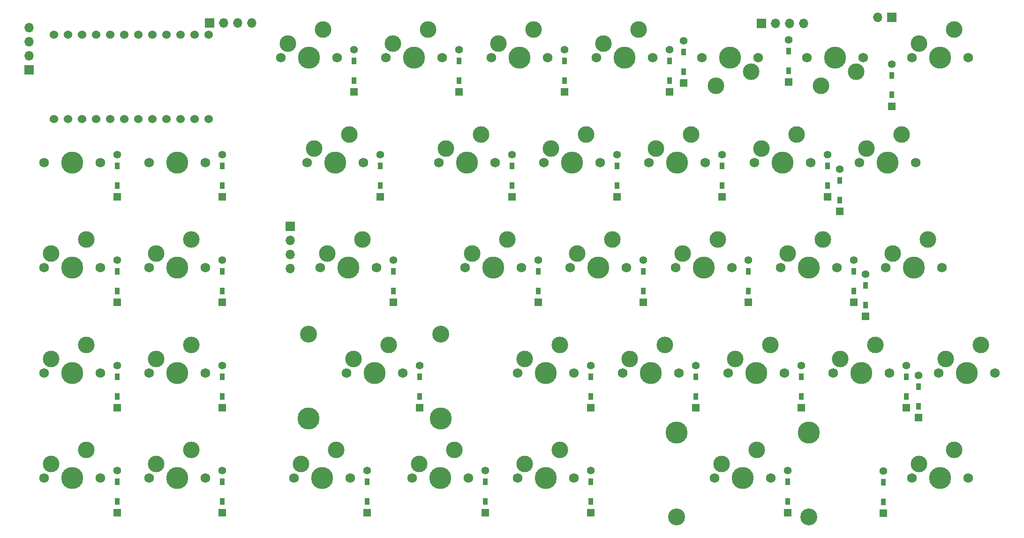
<source format=gbr>
%TF.GenerationSoftware,KiCad,Pcbnew,8.0.8*%
%TF.CreationDate,2025-04-15T16:35:59+09:00*%
%TF.ProjectId,sswkbd_left,7373776b-6264-45f6-9c65-66742e6b6963,rev?*%
%TF.SameCoordinates,Original*%
%TF.FileFunction,Soldermask,Top*%
%TF.FilePolarity,Negative*%
%FSLAX46Y46*%
G04 Gerber Fmt 4.6, Leading zero omitted, Abs format (unit mm)*
G04 Created by KiCad (PCBNEW 8.0.8) date 2025-04-15 16:35:59*
%MOMM*%
%LPD*%
G01*
G04 APERTURE LIST*
%ADD10R,1.397000X1.397000*%
%ADD11R,0.950000X1.300000*%
%ADD12C,1.397000*%
%ADD13C,1.750000*%
%ADD14C,3.000000*%
%ADD15C,3.987800*%
%ADD16C,3.048000*%
%ADD17R,1.700000X1.700000*%
%ADD18O,1.700000X1.700000*%
%ADD19C,1.524000*%
G04 APERTURE END LIST*
D10*
%TO.C,D67*%
X86461999Y-156014950D03*
D11*
X86461999Y-153979950D03*
X86461999Y-150429950D03*
D12*
X86461999Y-148394950D03*
%TD*%
D10*
%TO.C,D50*%
X60336999Y-137014950D03*
D11*
X60336999Y-134979950D03*
X60336999Y-131429950D03*
D12*
X60336999Y-129394950D03*
%TD*%
D13*
%TO.C,SW6*%
X176071250Y-73760000D03*
D14*
X174801250Y-76300000D03*
D15*
X170991250Y-73760000D03*
D14*
X168451250Y-78840000D03*
D13*
X165911250Y-73760000D03*
%TD*%
D10*
%TO.C,D38*%
X155361999Y-117989950D03*
D11*
X155361999Y-115954950D03*
X155361999Y-112404950D03*
D12*
X155361999Y-110369950D03*
%TD*%
D10*
%TO.C,D52*%
X126861999Y-137014950D03*
D11*
X126861999Y-134979950D03*
X126861999Y-131429950D03*
D12*
X126861999Y-129394950D03*
%TD*%
D10*
%TO.C,D39*%
X174361999Y-117989950D03*
D11*
X174361999Y-115954950D03*
X174361999Y-112404950D03*
D12*
X174361999Y-110369950D03*
%TD*%
D13*
%TO.C,SW50*%
X47160750Y-130760000D03*
D14*
X48430750Y-128220000D03*
D15*
X52240750Y-130760000D03*
D14*
X54780750Y-125680000D03*
D13*
X57320750Y-130760000D03*
%TD*%
D10*
%TO.C,D4*%
X141111999Y-79964950D03*
D11*
X141111999Y-77929950D03*
X141111999Y-74379950D03*
D12*
X141111999Y-72344950D03*
%TD*%
D13*
%TO.C,SW2*%
X89910750Y-73760000D03*
D14*
X91180750Y-71220000D03*
D15*
X94990750Y-73760000D03*
D14*
X97530750Y-68680000D03*
D13*
X100070750Y-73760000D03*
%TD*%
%TO.C,SW22*%
X156410750Y-92760000D03*
D14*
X157680750Y-90220000D03*
D15*
X161490750Y-92760000D03*
D14*
X164030750Y-87680000D03*
D13*
X166570750Y-92760000D03*
%TD*%
%TO.C,SW53*%
X132660750Y-130760000D03*
D14*
X133930750Y-128220000D03*
D15*
X137740750Y-130760000D03*
D14*
X140280750Y-125680000D03*
D13*
X142820750Y-130760000D03*
%TD*%
%TO.C,SW66*%
X47160750Y-149760000D03*
D14*
X48430750Y-147220000D03*
D15*
X52240750Y-149760000D03*
D14*
X54780750Y-144680000D03*
D13*
X57320750Y-149760000D03*
%TD*%
D10*
%TO.C,D1*%
X84111999Y-79964950D03*
D11*
X84111999Y-77929950D03*
X84111999Y-74379950D03*
D12*
X84111999Y-72344950D03*
%TD*%
D13*
%TO.C,SW18*%
X75660750Y-92760000D03*
D14*
X76930750Y-90220000D03*
D15*
X80740750Y-92760000D03*
D14*
X83280750Y-87680000D03*
D13*
X85820750Y-92760000D03*
%TD*%
D10*
%TO.C,D51*%
X95961999Y-137014950D03*
D11*
X95961999Y-134979950D03*
X95961999Y-131429950D03*
D12*
X95961999Y-129394950D03*
%TD*%
D13*
%TO.C,SW67*%
X73285750Y-149760000D03*
D14*
X74555750Y-147220000D03*
D15*
X78365750Y-149760000D03*
D14*
X80905750Y-144680000D03*
D13*
X83445750Y-149760000D03*
%TD*%
D10*
%TO.C,D3*%
X122111999Y-79964950D03*
D11*
X122111999Y-77929950D03*
X122111999Y-74379950D03*
D12*
X122111999Y-72344950D03*
%TD*%
D15*
%TO.C,SW70*%
X142402750Y-141505000D03*
D16*
X142402750Y-156745000D03*
D13*
X149260750Y-149760000D03*
D14*
X150530750Y-147220000D03*
D15*
X154340750Y-149760000D03*
D14*
X156880750Y-144680000D03*
D13*
X159420750Y-149760000D03*
D15*
X166278750Y-141505000D03*
D16*
X166278750Y-156745000D03*
%TD*%
D13*
%TO.C,SW68*%
X94660750Y-149760000D03*
D14*
X95930750Y-147220000D03*
D15*
X99740750Y-149760000D03*
D14*
X102280750Y-144680000D03*
D13*
X104820750Y-149760000D03*
%TD*%
%TO.C,SW23*%
X175410750Y-92760000D03*
D14*
X176680750Y-90220000D03*
D15*
X180490750Y-92760000D03*
D14*
X183030750Y-87680000D03*
D13*
X185570750Y-92760000D03*
%TD*%
D10*
%TO.C,D23*%
X171795000Y-101590000D03*
D11*
X171795000Y-99555000D03*
X171795000Y-96005000D03*
D12*
X171795000Y-93970000D03*
%TD*%
D10*
%TO.C,D33*%
X41336999Y-117989950D03*
D11*
X41336999Y-115954950D03*
X41336999Y-112404950D03*
D12*
X41336999Y-110369950D03*
%TD*%
D10*
%TO.C,D65*%
X41336999Y-156014950D03*
D11*
X41336999Y-153979950D03*
X41336999Y-150429950D03*
D12*
X41336999Y-148394950D03*
%TD*%
D10*
%TO.C,D70*%
X162461999Y-156014950D03*
D11*
X162461999Y-153979950D03*
X162461999Y-150429950D03*
D12*
X162461999Y-148394950D03*
%TD*%
D13*
%TO.C,SW16*%
X28160750Y-92760000D03*
D15*
X33240750Y-92760000D03*
D13*
X38320750Y-92760000D03*
%TD*%
%TO.C,SW65*%
X28160750Y-149760000D03*
D14*
X29430750Y-147220000D03*
D15*
X33240750Y-149760000D03*
D14*
X35780750Y-144680000D03*
D13*
X38320750Y-149760000D03*
%TD*%
D17*
%TO.C,SW80*%
X181275000Y-66500000D03*
D18*
X178735000Y-66500000D03*
%TD*%
D10*
%TO.C,D6*%
X162600000Y-78210000D03*
D11*
X162600000Y-76175000D03*
X162600000Y-72625000D03*
D12*
X162600000Y-70590000D03*
%TD*%
D17*
%TO.C,USB_PRO_MICRO1*%
X72567800Y-104267000D03*
D18*
X72567800Y-106807000D03*
X72567800Y-109347000D03*
X72567800Y-111887000D03*
%TD*%
D10*
%TO.C,D36*%
X117361999Y-117989950D03*
D11*
X117361999Y-115954950D03*
X117361999Y-112404950D03*
D12*
X117361999Y-110369950D03*
%TD*%
D13*
%TO.C,SW38*%
X142160750Y-111760000D03*
D14*
X143430750Y-109220000D03*
D15*
X147240750Y-111760000D03*
D14*
X149780750Y-106680000D03*
D13*
X152320750Y-111760000D03*
%TD*%
%TO.C,SW69*%
X113660750Y-149760000D03*
D14*
X114930750Y-147220000D03*
D15*
X118740750Y-149760000D03*
D14*
X121280750Y-144680000D03*
D13*
X123820750Y-149760000D03*
%TD*%
D10*
%TO.C,D69*%
X126861999Y-156014950D03*
D11*
X126861999Y-153979950D03*
X126861999Y-150429950D03*
D12*
X126861999Y-148394950D03*
%TD*%
D16*
%TO.C,SW51*%
X75927750Y-123775000D03*
D15*
X75927750Y-139015000D03*
D13*
X82785750Y-130760000D03*
D14*
X84055750Y-128220000D03*
D15*
X87865750Y-130760000D03*
D14*
X90405750Y-125680000D03*
D13*
X92945750Y-130760000D03*
D16*
X99803750Y-123775000D03*
D15*
X99803750Y-139015000D03*
%TD*%
D10*
%TO.C,D20*%
X131611999Y-98964950D03*
D11*
X131611999Y-96929950D03*
X131611999Y-93379950D03*
D12*
X131611999Y-91344950D03*
%TD*%
D13*
%TO.C,SW49*%
X28160750Y-130760000D03*
D14*
X29430750Y-128220000D03*
D15*
X33240750Y-130760000D03*
D14*
X35780750Y-125680000D03*
D13*
X38320750Y-130760000D03*
%TD*%
%TO.C,SW56*%
X189660750Y-130760000D03*
D14*
X190930750Y-128220000D03*
D15*
X194740750Y-130760000D03*
D14*
X197280750Y-125680000D03*
D13*
X199820750Y-130760000D03*
%TD*%
%TO.C,SW7*%
X184910750Y-73760000D03*
D14*
X186180750Y-71220000D03*
D15*
X189990750Y-73760000D03*
D14*
X192530750Y-68680000D03*
D13*
X195070750Y-73760000D03*
%TD*%
%TO.C,SW39*%
X161160750Y-111760000D03*
D14*
X162430750Y-109220000D03*
D15*
X166240750Y-111760000D03*
D14*
X168780750Y-106680000D03*
D13*
X171320750Y-111760000D03*
%TD*%
%TO.C,SW4*%
X127910750Y-73760000D03*
D14*
X129180750Y-71220000D03*
D15*
X132990750Y-73760000D03*
D14*
X135530750Y-68680000D03*
D13*
X138070750Y-73760000D03*
%TD*%
D10*
%TO.C,D22*%
X169611999Y-98964950D03*
D11*
X169611999Y-96929950D03*
X169611999Y-93379950D03*
D12*
X169611999Y-91344950D03*
%TD*%
D10*
%TO.C,D16*%
X41336999Y-98964950D03*
D11*
X41336999Y-96929950D03*
X41336999Y-93379950D03*
D12*
X41336999Y-91344950D03*
%TD*%
D13*
%TO.C,SW17*%
X47160750Y-92760000D03*
D15*
X52240750Y-92760000D03*
D13*
X57320750Y-92760000D03*
%TD*%
D10*
%TO.C,D49*%
X41336999Y-137014950D03*
D11*
X41336999Y-134979950D03*
X41336999Y-131429950D03*
D12*
X41336999Y-129394950D03*
%TD*%
D10*
%TO.C,D53*%
X145861999Y-137014950D03*
D11*
X145861999Y-134979950D03*
X145861999Y-131429950D03*
D12*
X145861999Y-129394950D03*
%TD*%
D10*
%TO.C,D7*%
X181255000Y-82565000D03*
D11*
X181255000Y-80530000D03*
X181255000Y-76980000D03*
D12*
X181255000Y-74945000D03*
%TD*%
D10*
%TO.C,D37*%
X136361999Y-117989950D03*
D11*
X136361999Y-115954950D03*
X136361999Y-112404950D03*
D12*
X136361999Y-110369950D03*
%TD*%
D13*
%TO.C,SW19*%
X99410750Y-92760000D03*
D14*
X100680750Y-90220000D03*
D15*
X104490750Y-92760000D03*
D14*
X107030750Y-87680000D03*
D13*
X109570750Y-92760000D03*
%TD*%
%TO.C,SW36*%
X104160750Y-111760000D03*
D14*
X105430750Y-109220000D03*
D15*
X109240750Y-111760000D03*
D14*
X111780750Y-106680000D03*
D13*
X114320750Y-111760000D03*
%TD*%
D17*
%TO.C,USB_main1*%
X58017750Y-67535000D03*
D18*
X60557750Y-67535000D03*
X63097750Y-67535000D03*
X65637750Y-67535000D03*
%TD*%
D13*
%TO.C,SW55*%
X170660750Y-130760000D03*
D14*
X171930750Y-128220000D03*
D15*
X175740750Y-130760000D03*
D14*
X178280750Y-125680000D03*
D13*
X180820750Y-130760000D03*
%TD*%
D10*
%TO.C,D56*%
X186040000Y-138830000D03*
D11*
X186040000Y-136795000D03*
X186040000Y-133245000D03*
D12*
X186040000Y-131210000D03*
%TD*%
D17*
%TO.C,J2*%
X157706250Y-67635000D03*
D18*
X160246250Y-67635000D03*
X162786250Y-67635000D03*
X165326250Y-67635000D03*
%TD*%
D17*
%TO.C,J1*%
X25450750Y-75962370D03*
D18*
X25450750Y-73422370D03*
X25450750Y-70882370D03*
X25450750Y-68342370D03*
%TD*%
D10*
%TO.C,D5*%
X143637000Y-78356000D03*
D11*
X143637000Y-76321000D03*
X143637000Y-72771000D03*
D12*
X143637000Y-70736000D03*
%TD*%
D10*
%TO.C,D35*%
X91211999Y-117989950D03*
D11*
X91211999Y-115954950D03*
X91211999Y-112404950D03*
D12*
X91211999Y-110369950D03*
%TD*%
D10*
%TO.C,D21*%
X150611999Y-98964950D03*
D11*
X150611999Y-96929950D03*
X150611999Y-93379950D03*
D12*
X150611999Y-91344950D03*
%TD*%
D13*
%TO.C,SW5*%
X157071250Y-73760000D03*
D14*
X155801250Y-76300000D03*
D15*
X151991250Y-73760000D03*
D14*
X149451250Y-78840000D03*
D13*
X146911250Y-73760000D03*
%TD*%
%TO.C,SW52*%
X113660750Y-130760000D03*
D14*
X114930750Y-128220000D03*
D15*
X118740750Y-130760000D03*
D14*
X121280750Y-125680000D03*
D13*
X123820750Y-130760000D03*
%TD*%
D10*
%TO.C,D18*%
X88836999Y-98964950D03*
D11*
X88836999Y-96929950D03*
X88836999Y-93379950D03*
D12*
X88836999Y-91344950D03*
%TD*%
D13*
%TO.C,SW54*%
X151660750Y-130760000D03*
D14*
X152930750Y-128220000D03*
D15*
X156740750Y-130760000D03*
D14*
X159280750Y-125680000D03*
D13*
X161820750Y-130760000D03*
%TD*%
%TO.C,SW33*%
X28160750Y-111760000D03*
D14*
X29430750Y-109220000D03*
D15*
X33240750Y-111760000D03*
D14*
X35780750Y-106680000D03*
D13*
X38320750Y-111760000D03*
%TD*%
%TO.C,SW37*%
X123160750Y-111760000D03*
D14*
X124430750Y-109220000D03*
D15*
X128240750Y-111760000D03*
D14*
X130780750Y-106680000D03*
D13*
X133320750Y-111760000D03*
%TD*%
%TO.C,SW1*%
X70910750Y-73760000D03*
D14*
X72180750Y-71220000D03*
D15*
X75990750Y-73760000D03*
D14*
X78530750Y-68680000D03*
D13*
X81070750Y-73760000D03*
%TD*%
D10*
%TO.C,D55*%
X183861999Y-137014950D03*
D11*
X183861999Y-134979950D03*
X183861999Y-131429950D03*
D12*
X183861999Y-129394950D03*
%TD*%
D10*
%TO.C,D54*%
X164861999Y-137014950D03*
D11*
X164861999Y-134979950D03*
X164861999Y-131429950D03*
D12*
X164861999Y-129394950D03*
%TD*%
D13*
%TO.C,SW71*%
X184910750Y-149760000D03*
D14*
X186180750Y-147220000D03*
D15*
X189990750Y-149760000D03*
D14*
X192530750Y-144680000D03*
D13*
X195070750Y-149760000D03*
%TD*%
%TO.C,SW21*%
X137410750Y-92760000D03*
D14*
X138680750Y-90220000D03*
D15*
X142490750Y-92760000D03*
D14*
X145030750Y-87680000D03*
D13*
X147570750Y-92760000D03*
%TD*%
D10*
%TO.C,D2*%
X103111999Y-79964950D03*
D11*
X103111999Y-77929950D03*
X103111999Y-74379950D03*
D12*
X103111999Y-72344950D03*
%TD*%
D13*
%TO.C,SW40*%
X180160750Y-111760000D03*
D14*
X181430750Y-109220000D03*
D15*
X185240750Y-111760000D03*
D14*
X187780750Y-106680000D03*
D13*
X190320750Y-111760000D03*
%TD*%
%TO.C,SW20*%
X118410750Y-92760000D03*
D14*
X119680750Y-90220000D03*
D15*
X123490750Y-92760000D03*
D14*
X126030750Y-87680000D03*
D13*
X128570750Y-92760000D03*
%TD*%
%TO.C,SW35*%
X78035750Y-111760000D03*
D14*
X79305750Y-109220000D03*
D15*
X83115750Y-111760000D03*
D14*
X85655750Y-106680000D03*
D13*
X88195750Y-111760000D03*
%TD*%
D19*
%TO.C,U1*%
X57847000Y-84908600D03*
X55307000Y-84908600D03*
X52767000Y-84908600D03*
X50227000Y-84908600D03*
X47687000Y-84908600D03*
X45147000Y-84908600D03*
X42607000Y-84908600D03*
X40067000Y-84908600D03*
X37527000Y-84908600D03*
X34987000Y-84908600D03*
X32447000Y-84908600D03*
X29907000Y-84908600D03*
X29907000Y-69688600D03*
X32447000Y-69688600D03*
X34987000Y-69688600D03*
X37527000Y-69688600D03*
X40067000Y-69688600D03*
X42607000Y-69688600D03*
X45147000Y-69688600D03*
X47687000Y-69688600D03*
X50227000Y-69688600D03*
X52767000Y-69688600D03*
X55307000Y-69688600D03*
X57847000Y-69688600D03*
%TD*%
D13*
%TO.C,SW34*%
X47160750Y-111760000D03*
D14*
X48430750Y-109220000D03*
D15*
X52240750Y-111760000D03*
D14*
X54780750Y-106680000D03*
D13*
X57320750Y-111760000D03*
%TD*%
D10*
%TO.C,D34*%
X60336999Y-117989950D03*
D11*
X60336999Y-115954950D03*
X60336999Y-112404950D03*
D12*
X60336999Y-110369950D03*
%TD*%
D10*
%TO.C,D71*%
X179695000Y-156115000D03*
D11*
X179695000Y-154080000D03*
X179695000Y-150530000D03*
D12*
X179695000Y-148495000D03*
%TD*%
D13*
%TO.C,SW3*%
X108910750Y-73760000D03*
D14*
X110180750Y-71220000D03*
D15*
X113990750Y-73760000D03*
D14*
X116530750Y-68680000D03*
D13*
X119070750Y-73760000D03*
%TD*%
D10*
%TO.C,D68*%
X107861999Y-156014950D03*
D11*
X107861999Y-153979950D03*
X107861999Y-150429950D03*
D12*
X107861999Y-148394950D03*
%TD*%
D10*
%TO.C,D19*%
X112611999Y-98964950D03*
D11*
X112611999Y-96929950D03*
X112611999Y-93379950D03*
D12*
X112611999Y-91344950D03*
%TD*%
D10*
%TO.C,D17*%
X60336999Y-98964950D03*
D11*
X60336999Y-96929950D03*
X60336999Y-93379950D03*
D12*
X60336999Y-91344950D03*
%TD*%
D10*
%TO.C,D40*%
X176525000Y-120560000D03*
D11*
X176525000Y-118525000D03*
X176525000Y-114975000D03*
D12*
X176525000Y-112940000D03*
%TD*%
D10*
%TO.C,D66*%
X60336999Y-156014950D03*
D11*
X60336999Y-153979950D03*
X60336999Y-150429950D03*
D12*
X60336999Y-148394950D03*
%TD*%
M02*

</source>
